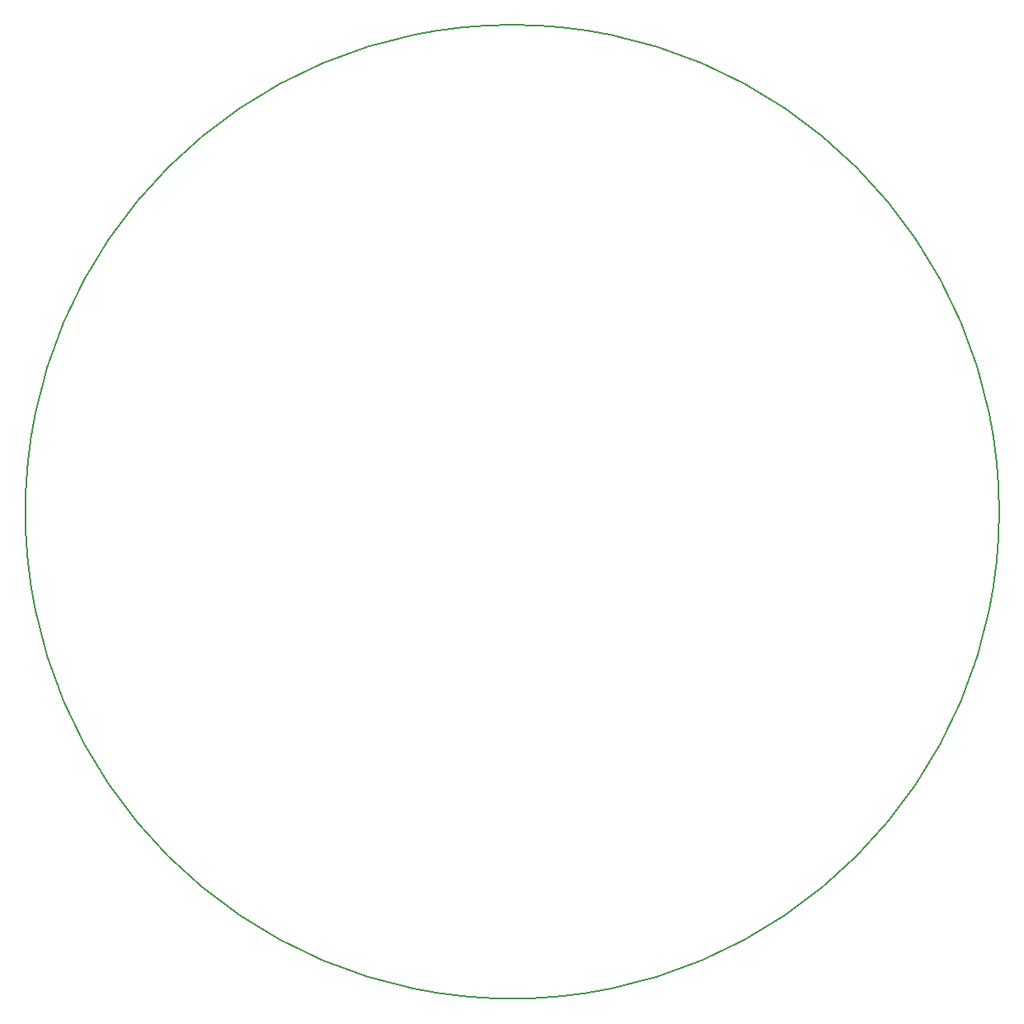
<source format=gbr>
%TF.GenerationSoftware,KiCad,Pcbnew,7.0.1*%
%TF.CreationDate,2023-05-31T21:00:48-07:00*%
%TF.ProjectId,flower_02,666c6f77-6572-45f3-9032-2e6b69636164,rev?*%
%TF.SameCoordinates,Original*%
%TF.FileFunction,Profile,NP*%
%FSLAX46Y46*%
G04 Gerber Fmt 4.6, Leading zero omitted, Abs format (unit mm)*
G04 Created by KiCad (PCBNEW 7.0.1) date 2023-05-31 21:00:48*
%MOMM*%
%LPD*%
G01*
G04 APERTURE LIST*
%TA.AperFunction,Profile*%
%ADD10C,0.200000*%
%TD*%
G04 APERTURE END LIST*
D10*
X100000000Y-50000000D02*
G75*
G03*
X100000000Y-50000000I-50000000J0D01*
G01*
M02*

</source>
